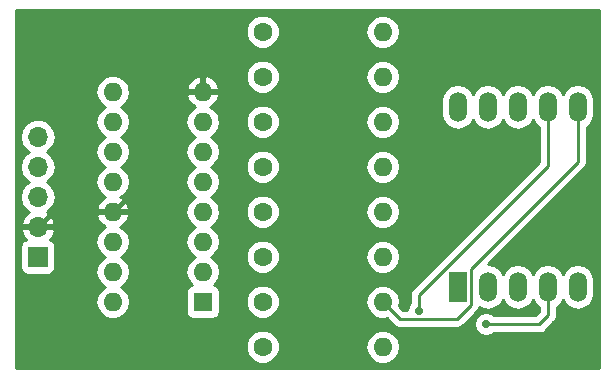
<source format=gbr>
G04 #@! TF.GenerationSoftware,KiCad,Pcbnew,(5.0.1-3-g963ef8bb5)*
G04 #@! TF.CreationDate,2018-11-27T14:44:22+08:00*
G04 #@! TF.ProjectId,SevenSegmentDisplayBoard,536576656E5365676D656E7444697370,1.0*
G04 #@! TF.SameCoordinates,Original*
G04 #@! TF.FileFunction,Copper,L2,Bot,Signal*
G04 #@! TF.FilePolarity,Positive*
%FSLAX46Y46*%
G04 Gerber Fmt 4.6, Leading zero omitted, Abs format (unit mm)*
G04 Created by KiCad (PCBNEW (5.0.1-3-g963ef8bb5)) date 2018 November 27, Tuesday 14:44:22*
%MOMM*%
%LPD*%
G01*
G04 APERTURE LIST*
G04 #@! TA.AperFunction,ComponentPad*
%ADD10R,1.700000X1.700000*%
G04 #@! TD*
G04 #@! TA.AperFunction,ComponentPad*
%ADD11O,1.700000X1.700000*%
G04 #@! TD*
G04 #@! TA.AperFunction,ComponentPad*
%ADD12C,1.600000*%
G04 #@! TD*
G04 #@! TA.AperFunction,ComponentPad*
%ADD13O,1.600000X1.600000*%
G04 #@! TD*
G04 #@! TA.AperFunction,ComponentPad*
%ADD14R,1.600000X1.600000*%
G04 #@! TD*
G04 #@! TA.AperFunction,ComponentPad*
%ADD15O,1.524000X2.524000*%
G04 #@! TD*
G04 #@! TA.AperFunction,ComponentPad*
%ADD16R,1.524000X2.524000*%
G04 #@! TD*
G04 #@! TA.AperFunction,ViaPad*
%ADD17C,0.700000*%
G04 #@! TD*
G04 #@! TA.AperFunction,Conductor*
%ADD18C,0.400000*%
G04 #@! TD*
G04 #@! TA.AperFunction,Conductor*
%ADD19C,0.250000*%
G04 #@! TD*
G04 #@! TA.AperFunction,Conductor*
%ADD20C,0.254000*%
G04 #@! TD*
G04 APERTURE END LIST*
D10*
G04 #@! TO.P,J1,1*
G04 #@! TO.N,VCC*
X133350000Y-86360000D03*
D11*
G04 #@! TO.P,J1,2*
G04 #@! TO.N,GND*
X133350000Y-83820000D03*
G04 #@! TO.P,J1,3*
G04 #@! TO.N,/LATCH*
X133350000Y-81280000D03*
G04 #@! TO.P,J1,4*
G04 #@! TO.N,/CLOCK*
X133350000Y-78740000D03*
G04 #@! TO.P,J1,5*
G04 #@! TO.N,/DATA*
X133350000Y-76200000D03*
G04 #@! TD*
D12*
G04 #@! TO.P,R1,1*
G04 #@! TO.N,/sg7*
X152400000Y-67310000D03*
D13*
G04 #@! TO.P,R1,2*
G04 #@! TO.N,Net-(R1-Pad2)*
X162560000Y-67310000D03*
G04 #@! TD*
G04 #@! TO.P,R2,2*
G04 #@! TO.N,Net-(R2-Pad2)*
X162560000Y-71120000D03*
D12*
G04 #@! TO.P,R2,1*
G04 #@! TO.N,/sg6*
X152400000Y-71120000D03*
G04 #@! TD*
G04 #@! TO.P,R3,1*
G04 #@! TO.N,/sg5*
X152400000Y-74930000D03*
D13*
G04 #@! TO.P,R3,2*
G04 #@! TO.N,Net-(R3-Pad2)*
X162560000Y-74930000D03*
G04 #@! TD*
G04 #@! TO.P,R4,2*
G04 #@! TO.N,Net-(R4-Pad2)*
X162560000Y-78740000D03*
D12*
G04 #@! TO.P,R4,1*
G04 #@! TO.N,/sg4*
X152400000Y-78740000D03*
G04 #@! TD*
G04 #@! TO.P,R5,1*
G04 #@! TO.N,/sg3*
X152400000Y-82550000D03*
D13*
G04 #@! TO.P,R5,2*
G04 #@! TO.N,Net-(R5-Pad2)*
X162560000Y-82550000D03*
G04 #@! TD*
G04 #@! TO.P,R6,2*
G04 #@! TO.N,Net-(R6-Pad2)*
X162560000Y-86360000D03*
D12*
G04 #@! TO.P,R6,1*
G04 #@! TO.N,/sg2*
X152400000Y-86360000D03*
G04 #@! TD*
G04 #@! TO.P,R7,1*
G04 #@! TO.N,/sg1*
X152400000Y-90170000D03*
D13*
G04 #@! TO.P,R7,2*
G04 #@! TO.N,Net-(R7-Pad2)*
X162560000Y-90170000D03*
G04 #@! TD*
G04 #@! TO.P,R8,2*
G04 #@! TO.N,Net-(R8-Pad2)*
X162560000Y-93980000D03*
D12*
G04 #@! TO.P,R8,1*
G04 #@! TO.N,/sg0*
X152400000Y-93980000D03*
G04 #@! TD*
D14*
G04 #@! TO.P,U1,1*
G04 #@! TO.N,/sg1*
X147320000Y-90170000D03*
D13*
G04 #@! TO.P,U1,9*
G04 #@! TO.N,Net-(U1-Pad9)*
X139700000Y-72390000D03*
G04 #@! TO.P,U1,2*
G04 #@! TO.N,/sg2*
X147320000Y-87630000D03*
G04 #@! TO.P,U1,10*
G04 #@! TO.N,VCC*
X139700000Y-74930000D03*
G04 #@! TO.P,U1,3*
G04 #@! TO.N,/sg3*
X147320000Y-85090000D03*
G04 #@! TO.P,U1,11*
G04 #@! TO.N,/DATA*
X139700000Y-77470000D03*
G04 #@! TO.P,U1,4*
G04 #@! TO.N,/sg4*
X147320000Y-82550000D03*
G04 #@! TO.P,U1,12*
G04 #@! TO.N,/CLOCK*
X139700000Y-80010000D03*
G04 #@! TO.P,U1,5*
G04 #@! TO.N,/sg5*
X147320000Y-80010000D03*
G04 #@! TO.P,U1,13*
G04 #@! TO.N,GND*
X139700000Y-82550000D03*
G04 #@! TO.P,U1,6*
G04 #@! TO.N,/sg6*
X147320000Y-77470000D03*
G04 #@! TO.P,U1,14*
G04 #@! TO.N,/LATCH*
X139700000Y-85090000D03*
G04 #@! TO.P,U1,7*
G04 #@! TO.N,/sg7*
X147320000Y-74930000D03*
G04 #@! TO.P,U1,15*
G04 #@! TO.N,/sg0*
X139700000Y-87630000D03*
G04 #@! TO.P,U1,8*
G04 #@! TO.N,GND*
X147320000Y-72390000D03*
G04 #@! TO.P,U1,16*
G04 #@! TO.N,VCC*
X139700000Y-90170000D03*
G04 #@! TD*
D15*
G04 #@! TO.P,U2,10*
G04 #@! TO.N,Net-(R2-Pad2)*
X168910000Y-73660000D03*
G04 #@! TO.P,U2,9*
G04 #@! TO.N,Net-(R3-Pad2)*
X171450000Y-73660000D03*
G04 #@! TO.P,U2,8*
G04 #@! TO.N,VCC*
X173990000Y-73660000D03*
G04 #@! TO.P,U2,7*
G04 #@! TO.N,Net-(R8-Pad2)*
X176530000Y-73660000D03*
G04 #@! TO.P,U2,6*
G04 #@! TO.N,Net-(R7-Pad2)*
X179070000Y-73660000D03*
G04 #@! TO.P,U2,5*
G04 #@! TO.N,Net-(R1-Pad2)*
X179070000Y-88900000D03*
G04 #@! TO.P,U2,4*
G04 #@! TO.N,Net-(R6-Pad2)*
X176530000Y-88900000D03*
G04 #@! TO.P,U2,3*
G04 #@! TO.N,VCC*
X173990000Y-88900000D03*
G04 #@! TO.P,U2,2*
G04 #@! TO.N,Net-(R5-Pad2)*
X171450000Y-88900000D03*
D16*
G04 #@! TO.P,U2,1*
G04 #@! TO.N,Net-(R4-Pad2)*
X168910000Y-88900000D03*
G04 #@! TD*
D17*
G04 #@! TO.N,Net-(R6-Pad2)*
X171298959Y-92050959D03*
G04 #@! TO.N,Net-(R8-Pad2)*
X165608000Y-90932000D03*
G04 #@! TD*
D18*
G04 #@! TO.N,GND*
X134620000Y-82550000D02*
X133350000Y-83820000D01*
X139700000Y-82550000D02*
X134620000Y-82550000D01*
X147320000Y-72390000D02*
X146050000Y-72390000D01*
X146050000Y-72390000D02*
X143510000Y-74930000D01*
X143510000Y-78740000D02*
X139700000Y-82550000D01*
X143510000Y-74930000D02*
X143510000Y-78740000D01*
D19*
G04 #@! TO.N,Net-(R6-Pad2)*
X171298959Y-92050959D02*
X175792041Y-92050959D01*
X176530000Y-91313000D02*
X176530000Y-88900000D01*
X175792041Y-92050959D02*
X176530000Y-91313000D01*
G04 #@! TO.N,Net-(R7-Pad2)*
X163997001Y-91607001D02*
X163359999Y-90969999D01*
X168812001Y-91607001D02*
X163997001Y-91607001D01*
X169997001Y-90422001D02*
X168812001Y-91607001D01*
X169997001Y-87377999D02*
X169997001Y-90422001D01*
X179070000Y-78305000D02*
X169997001Y-87377999D01*
X163359999Y-90969999D02*
X162560000Y-90170000D01*
X179070000Y-73660000D02*
X179070000Y-78305000D01*
G04 #@! TO.N,Net-(R8-Pad2)*
X165608000Y-89592998D02*
X176530000Y-78670998D01*
X165608000Y-90932000D02*
X165608000Y-89592998D01*
X176530000Y-78670998D02*
X176530000Y-73660000D01*
G04 #@! TD*
D20*
G04 #@! TO.N,GND*
G36*
X180900001Y-95810000D02*
X131520000Y-95810000D01*
X131520000Y-93694561D01*
X150965000Y-93694561D01*
X150965000Y-94265439D01*
X151183466Y-94792862D01*
X151587138Y-95196534D01*
X152114561Y-95415000D01*
X152685439Y-95415000D01*
X153212862Y-95196534D01*
X153616534Y-94792862D01*
X153835000Y-94265439D01*
X153835000Y-93980000D01*
X161096887Y-93980000D01*
X161208260Y-94539909D01*
X161525423Y-95014577D01*
X162000091Y-95331740D01*
X162418667Y-95415000D01*
X162701333Y-95415000D01*
X163119909Y-95331740D01*
X163594577Y-95014577D01*
X163911740Y-94539909D01*
X164023113Y-93980000D01*
X163911740Y-93420091D01*
X163594577Y-92945423D01*
X163119909Y-92628260D01*
X162701333Y-92545000D01*
X162418667Y-92545000D01*
X162000091Y-92628260D01*
X161525423Y-92945423D01*
X161208260Y-93420091D01*
X161096887Y-93980000D01*
X153835000Y-93980000D01*
X153835000Y-93694561D01*
X153616534Y-93167138D01*
X153212862Y-92763466D01*
X152685439Y-92545000D01*
X152114561Y-92545000D01*
X151587138Y-92763466D01*
X151183466Y-93167138D01*
X150965000Y-93694561D01*
X131520000Y-93694561D01*
X131520000Y-85510000D01*
X131852560Y-85510000D01*
X131852560Y-87210000D01*
X131901843Y-87457765D01*
X132042191Y-87667809D01*
X132252235Y-87808157D01*
X132500000Y-87857440D01*
X134200000Y-87857440D01*
X134447765Y-87808157D01*
X134657809Y-87667809D01*
X134798157Y-87457765D01*
X134847440Y-87210000D01*
X134847440Y-85510000D01*
X134798157Y-85262235D01*
X134683073Y-85090000D01*
X138236887Y-85090000D01*
X138348260Y-85649909D01*
X138665423Y-86124577D01*
X139017758Y-86360000D01*
X138665423Y-86595423D01*
X138348260Y-87070091D01*
X138236887Y-87630000D01*
X138348260Y-88189909D01*
X138665423Y-88664577D01*
X139017758Y-88900000D01*
X138665423Y-89135423D01*
X138348260Y-89610091D01*
X138236887Y-90170000D01*
X138348260Y-90729909D01*
X138665423Y-91204577D01*
X139140091Y-91521740D01*
X139558667Y-91605000D01*
X139841333Y-91605000D01*
X140259909Y-91521740D01*
X140734577Y-91204577D01*
X141051740Y-90729909D01*
X141163113Y-90170000D01*
X141051740Y-89610091D01*
X140734577Y-89135423D01*
X140382242Y-88900000D01*
X140734577Y-88664577D01*
X141051740Y-88189909D01*
X141163113Y-87630000D01*
X141051740Y-87070091D01*
X140734577Y-86595423D01*
X140382242Y-86360000D01*
X140734577Y-86124577D01*
X141051740Y-85649909D01*
X141163113Y-85090000D01*
X141051740Y-84530091D01*
X140734577Y-84055423D01*
X140350892Y-83799053D01*
X140555134Y-83702389D01*
X140931041Y-83287423D01*
X141091904Y-82899039D01*
X140969915Y-82677000D01*
X139827000Y-82677000D01*
X139827000Y-82697000D01*
X139573000Y-82697000D01*
X139573000Y-82677000D01*
X138430085Y-82677000D01*
X138308096Y-82899039D01*
X138468959Y-83287423D01*
X138844866Y-83702389D01*
X139049108Y-83799053D01*
X138665423Y-84055423D01*
X138348260Y-84530091D01*
X138236887Y-85090000D01*
X134683073Y-85090000D01*
X134657809Y-85052191D01*
X134447765Y-84911843D01*
X134344292Y-84891261D01*
X134621645Y-84586924D01*
X134791476Y-84176890D01*
X134670155Y-83947000D01*
X133477000Y-83947000D01*
X133477000Y-83967000D01*
X133223000Y-83967000D01*
X133223000Y-83947000D01*
X132029845Y-83947000D01*
X131908524Y-84176890D01*
X132078355Y-84586924D01*
X132355708Y-84891261D01*
X132252235Y-84911843D01*
X132042191Y-85052191D01*
X131901843Y-85262235D01*
X131852560Y-85510000D01*
X131520000Y-85510000D01*
X131520000Y-76200000D01*
X131835908Y-76200000D01*
X131951161Y-76779418D01*
X132279375Y-77270625D01*
X132577761Y-77470000D01*
X132279375Y-77669375D01*
X131951161Y-78160582D01*
X131835908Y-78740000D01*
X131951161Y-79319418D01*
X132279375Y-79810625D01*
X132577761Y-80010000D01*
X132279375Y-80209375D01*
X131951161Y-80700582D01*
X131835908Y-81280000D01*
X131951161Y-81859418D01*
X132279375Y-82350625D01*
X132598478Y-82563843D01*
X132468642Y-82624817D01*
X132078355Y-83053076D01*
X131908524Y-83463110D01*
X132029845Y-83693000D01*
X133223000Y-83693000D01*
X133223000Y-83673000D01*
X133477000Y-83673000D01*
X133477000Y-83693000D01*
X134670155Y-83693000D01*
X134791476Y-83463110D01*
X134621645Y-83053076D01*
X134231358Y-82624817D01*
X134101522Y-82563843D01*
X134420625Y-82350625D01*
X134748839Y-81859418D01*
X134864092Y-81280000D01*
X134748839Y-80700582D01*
X134420625Y-80209375D01*
X134122239Y-80010000D01*
X134420625Y-79810625D01*
X134748839Y-79319418D01*
X134864092Y-78740000D01*
X134748839Y-78160582D01*
X134420625Y-77669375D01*
X134122239Y-77470000D01*
X134420625Y-77270625D01*
X134748839Y-76779418D01*
X134864092Y-76200000D01*
X134748839Y-75620582D01*
X134420625Y-75129375D01*
X133929418Y-74801161D01*
X133496256Y-74715000D01*
X133203744Y-74715000D01*
X132770582Y-74801161D01*
X132279375Y-75129375D01*
X131951161Y-75620582D01*
X131835908Y-76200000D01*
X131520000Y-76200000D01*
X131520000Y-72390000D01*
X138236887Y-72390000D01*
X138348260Y-72949909D01*
X138665423Y-73424577D01*
X139017758Y-73660000D01*
X138665423Y-73895423D01*
X138348260Y-74370091D01*
X138236887Y-74930000D01*
X138348260Y-75489909D01*
X138665423Y-75964577D01*
X139017758Y-76200000D01*
X138665423Y-76435423D01*
X138348260Y-76910091D01*
X138236887Y-77470000D01*
X138348260Y-78029909D01*
X138665423Y-78504577D01*
X139017758Y-78740000D01*
X138665423Y-78975423D01*
X138348260Y-79450091D01*
X138236887Y-80010000D01*
X138348260Y-80569909D01*
X138665423Y-81044577D01*
X139049108Y-81300947D01*
X138844866Y-81397611D01*
X138468959Y-81812577D01*
X138308096Y-82200961D01*
X138430085Y-82423000D01*
X139573000Y-82423000D01*
X139573000Y-82403000D01*
X139827000Y-82403000D01*
X139827000Y-82423000D01*
X140969915Y-82423000D01*
X141091904Y-82200961D01*
X140931041Y-81812577D01*
X140555134Y-81397611D01*
X140350892Y-81300947D01*
X140734577Y-81044577D01*
X141051740Y-80569909D01*
X141163113Y-80010000D01*
X141051740Y-79450091D01*
X140734577Y-78975423D01*
X140382242Y-78740000D01*
X140734577Y-78504577D01*
X141051740Y-78029909D01*
X141163113Y-77470000D01*
X141051740Y-76910091D01*
X140734577Y-76435423D01*
X140382242Y-76200000D01*
X140734577Y-75964577D01*
X141051740Y-75489909D01*
X141163113Y-74930000D01*
X145856887Y-74930000D01*
X145968260Y-75489909D01*
X146285423Y-75964577D01*
X146637758Y-76200000D01*
X146285423Y-76435423D01*
X145968260Y-76910091D01*
X145856887Y-77470000D01*
X145968260Y-78029909D01*
X146285423Y-78504577D01*
X146637758Y-78740000D01*
X146285423Y-78975423D01*
X145968260Y-79450091D01*
X145856887Y-80010000D01*
X145968260Y-80569909D01*
X146285423Y-81044577D01*
X146637758Y-81280000D01*
X146285423Y-81515423D01*
X145968260Y-81990091D01*
X145856887Y-82550000D01*
X145968260Y-83109909D01*
X146285423Y-83584577D01*
X146637758Y-83820000D01*
X146285423Y-84055423D01*
X145968260Y-84530091D01*
X145856887Y-85090000D01*
X145968260Y-85649909D01*
X146285423Y-86124577D01*
X146637758Y-86360000D01*
X146285423Y-86595423D01*
X145968260Y-87070091D01*
X145856887Y-87630000D01*
X145968260Y-88189909D01*
X146285423Y-88664577D01*
X146406106Y-88745215D01*
X146272235Y-88771843D01*
X146062191Y-88912191D01*
X145921843Y-89122235D01*
X145872560Y-89370000D01*
X145872560Y-90970000D01*
X145921843Y-91217765D01*
X146062191Y-91427809D01*
X146272235Y-91568157D01*
X146520000Y-91617440D01*
X148120000Y-91617440D01*
X148367765Y-91568157D01*
X148577809Y-91427809D01*
X148718157Y-91217765D01*
X148767440Y-90970000D01*
X148767440Y-89884561D01*
X150965000Y-89884561D01*
X150965000Y-90455439D01*
X151183466Y-90982862D01*
X151587138Y-91386534D01*
X152114561Y-91605000D01*
X152685439Y-91605000D01*
X153212862Y-91386534D01*
X153616534Y-90982862D01*
X153835000Y-90455439D01*
X153835000Y-90170000D01*
X161096887Y-90170000D01*
X161208260Y-90729909D01*
X161525423Y-91204577D01*
X162000091Y-91521740D01*
X162418667Y-91605000D01*
X162701333Y-91605000D01*
X162883887Y-91568688D01*
X163406672Y-92091474D01*
X163449072Y-92154930D01*
X163700464Y-92322905D01*
X163922149Y-92367001D01*
X163922154Y-92367001D01*
X163997001Y-92381889D01*
X164071848Y-92367001D01*
X168737154Y-92367001D01*
X168812001Y-92381889D01*
X168886848Y-92367001D01*
X168886853Y-92367001D01*
X169108538Y-92322905D01*
X169359930Y-92154930D01*
X169402332Y-92091471D01*
X170481474Y-91012330D01*
X170544930Y-90969930D01*
X170712905Y-90718538D01*
X170735887Y-90603000D01*
X170904919Y-90715944D01*
X171450000Y-90824368D01*
X171995082Y-90715944D01*
X172457180Y-90407180D01*
X172720000Y-90013842D01*
X172982821Y-90407180D01*
X173444919Y-90715944D01*
X173990000Y-90824368D01*
X174535082Y-90715944D01*
X174997180Y-90407180D01*
X175260000Y-90013842D01*
X175522821Y-90407180D01*
X175770000Y-90572340D01*
X175770000Y-90998198D01*
X175477240Y-91290959D01*
X171931959Y-91290959D01*
X171856917Y-91215917D01*
X171494888Y-91065959D01*
X171103030Y-91065959D01*
X170741001Y-91215917D01*
X170463917Y-91493001D01*
X170313959Y-91855030D01*
X170313959Y-92246888D01*
X170463917Y-92608917D01*
X170741001Y-92886001D01*
X171103030Y-93035959D01*
X171494888Y-93035959D01*
X171856917Y-92886001D01*
X171931959Y-92810959D01*
X175717194Y-92810959D01*
X175792041Y-92825847D01*
X175866888Y-92810959D01*
X175866893Y-92810959D01*
X176088578Y-92766863D01*
X176339970Y-92598888D01*
X176382372Y-92535429D01*
X177014473Y-91903329D01*
X177077929Y-91860929D01*
X177245904Y-91609537D01*
X177290000Y-91387852D01*
X177290000Y-91387848D01*
X177304888Y-91313000D01*
X177290000Y-91238152D01*
X177290000Y-90572340D01*
X177537180Y-90407180D01*
X177800000Y-90013842D01*
X178062821Y-90407180D01*
X178524919Y-90715944D01*
X179070000Y-90824368D01*
X179615082Y-90715944D01*
X180077180Y-90407180D01*
X180385944Y-89945082D01*
X180467000Y-89537588D01*
X180467000Y-88262412D01*
X180385944Y-87854918D01*
X180077179Y-87392820D01*
X179615081Y-87084056D01*
X179070000Y-86975632D01*
X178524918Y-87084056D01*
X178062820Y-87392821D01*
X177800000Y-87786159D01*
X177537179Y-87392820D01*
X177075081Y-87084056D01*
X176530000Y-86975632D01*
X175984918Y-87084056D01*
X175522820Y-87392821D01*
X175260000Y-87786159D01*
X174997179Y-87392820D01*
X174535081Y-87084056D01*
X173990000Y-86975632D01*
X173444918Y-87084056D01*
X172982820Y-87392821D01*
X172720000Y-87786159D01*
X172457179Y-87392820D01*
X171995081Y-87084056D01*
X171470159Y-86979642D01*
X179554473Y-78895329D01*
X179617929Y-78852929D01*
X179785904Y-78601537D01*
X179830000Y-78379852D01*
X179830000Y-78379848D01*
X179844888Y-78305001D01*
X179830000Y-78230154D01*
X179830000Y-75332340D01*
X180077180Y-75167180D01*
X180385944Y-74705082D01*
X180467000Y-74297588D01*
X180467000Y-73022412D01*
X180385944Y-72614918D01*
X180077179Y-72152820D01*
X179615081Y-71844056D01*
X179070000Y-71735632D01*
X178524918Y-71844056D01*
X178062820Y-72152821D01*
X177800000Y-72546159D01*
X177537179Y-72152820D01*
X177075081Y-71844056D01*
X176530000Y-71735632D01*
X175984918Y-71844056D01*
X175522820Y-72152821D01*
X175260000Y-72546159D01*
X174997179Y-72152820D01*
X174535081Y-71844056D01*
X173990000Y-71735632D01*
X173444918Y-71844056D01*
X172982820Y-72152821D01*
X172720000Y-72546159D01*
X172457179Y-72152820D01*
X171995081Y-71844056D01*
X171450000Y-71735632D01*
X170904918Y-71844056D01*
X170442820Y-72152821D01*
X170180000Y-72546159D01*
X169917179Y-72152820D01*
X169455081Y-71844056D01*
X168910000Y-71735632D01*
X168364918Y-71844056D01*
X167902820Y-72152821D01*
X167594056Y-72614919D01*
X167513000Y-73022413D01*
X167513000Y-74297588D01*
X167594056Y-74705082D01*
X167902821Y-75167180D01*
X168364919Y-75475944D01*
X168910000Y-75584368D01*
X169455082Y-75475944D01*
X169917180Y-75167180D01*
X170180000Y-74773842D01*
X170442821Y-75167180D01*
X170904919Y-75475944D01*
X171450000Y-75584368D01*
X171995082Y-75475944D01*
X172457180Y-75167180D01*
X172720000Y-74773842D01*
X172982821Y-75167180D01*
X173444919Y-75475944D01*
X173990000Y-75584368D01*
X174535082Y-75475944D01*
X174997180Y-75167180D01*
X175260000Y-74773842D01*
X175522821Y-75167180D01*
X175770001Y-75332340D01*
X175770000Y-78356196D01*
X165123528Y-89002669D01*
X165060072Y-89045069D01*
X165017672Y-89108525D01*
X165017671Y-89108526D01*
X164892097Y-89296461D01*
X164833112Y-89592998D01*
X164848001Y-89667849D01*
X164848000Y-90299000D01*
X164772958Y-90374042D01*
X164623000Y-90736071D01*
X164623000Y-90847001D01*
X164311803Y-90847001D01*
X163958688Y-90493887D01*
X164023113Y-90170000D01*
X163911740Y-89610091D01*
X163594577Y-89135423D01*
X163119909Y-88818260D01*
X162701333Y-88735000D01*
X162418667Y-88735000D01*
X162000091Y-88818260D01*
X161525423Y-89135423D01*
X161208260Y-89610091D01*
X161096887Y-90170000D01*
X153835000Y-90170000D01*
X153835000Y-89884561D01*
X153616534Y-89357138D01*
X153212862Y-88953466D01*
X152685439Y-88735000D01*
X152114561Y-88735000D01*
X151587138Y-88953466D01*
X151183466Y-89357138D01*
X150965000Y-89884561D01*
X148767440Y-89884561D01*
X148767440Y-89370000D01*
X148718157Y-89122235D01*
X148577809Y-88912191D01*
X148367765Y-88771843D01*
X148233894Y-88745215D01*
X148354577Y-88664577D01*
X148671740Y-88189909D01*
X148783113Y-87630000D01*
X148671740Y-87070091D01*
X148354577Y-86595423D01*
X148002242Y-86360000D01*
X148354577Y-86124577D01*
X148387996Y-86074561D01*
X150965000Y-86074561D01*
X150965000Y-86645439D01*
X151183466Y-87172862D01*
X151587138Y-87576534D01*
X152114561Y-87795000D01*
X152685439Y-87795000D01*
X153212862Y-87576534D01*
X153616534Y-87172862D01*
X153835000Y-86645439D01*
X153835000Y-86360000D01*
X161096887Y-86360000D01*
X161208260Y-86919909D01*
X161525423Y-87394577D01*
X162000091Y-87711740D01*
X162418667Y-87795000D01*
X162701333Y-87795000D01*
X163119909Y-87711740D01*
X163594577Y-87394577D01*
X163911740Y-86919909D01*
X164023113Y-86360000D01*
X163911740Y-85800091D01*
X163594577Y-85325423D01*
X163119909Y-85008260D01*
X162701333Y-84925000D01*
X162418667Y-84925000D01*
X162000091Y-85008260D01*
X161525423Y-85325423D01*
X161208260Y-85800091D01*
X161096887Y-86360000D01*
X153835000Y-86360000D01*
X153835000Y-86074561D01*
X153616534Y-85547138D01*
X153212862Y-85143466D01*
X152685439Y-84925000D01*
X152114561Y-84925000D01*
X151587138Y-85143466D01*
X151183466Y-85547138D01*
X150965000Y-86074561D01*
X148387996Y-86074561D01*
X148671740Y-85649909D01*
X148783113Y-85090000D01*
X148671740Y-84530091D01*
X148354577Y-84055423D01*
X148002242Y-83820000D01*
X148354577Y-83584577D01*
X148671740Y-83109909D01*
X148783113Y-82550000D01*
X148726336Y-82264561D01*
X150965000Y-82264561D01*
X150965000Y-82835439D01*
X151183466Y-83362862D01*
X151587138Y-83766534D01*
X152114561Y-83985000D01*
X152685439Y-83985000D01*
X153212862Y-83766534D01*
X153616534Y-83362862D01*
X153835000Y-82835439D01*
X153835000Y-82550000D01*
X161096887Y-82550000D01*
X161208260Y-83109909D01*
X161525423Y-83584577D01*
X162000091Y-83901740D01*
X162418667Y-83985000D01*
X162701333Y-83985000D01*
X163119909Y-83901740D01*
X163594577Y-83584577D01*
X163911740Y-83109909D01*
X164023113Y-82550000D01*
X163911740Y-81990091D01*
X163594577Y-81515423D01*
X163119909Y-81198260D01*
X162701333Y-81115000D01*
X162418667Y-81115000D01*
X162000091Y-81198260D01*
X161525423Y-81515423D01*
X161208260Y-81990091D01*
X161096887Y-82550000D01*
X153835000Y-82550000D01*
X153835000Y-82264561D01*
X153616534Y-81737138D01*
X153212862Y-81333466D01*
X152685439Y-81115000D01*
X152114561Y-81115000D01*
X151587138Y-81333466D01*
X151183466Y-81737138D01*
X150965000Y-82264561D01*
X148726336Y-82264561D01*
X148671740Y-81990091D01*
X148354577Y-81515423D01*
X148002242Y-81280000D01*
X148354577Y-81044577D01*
X148671740Y-80569909D01*
X148783113Y-80010000D01*
X148671740Y-79450091D01*
X148354577Y-78975423D01*
X148002242Y-78740000D01*
X148354577Y-78504577D01*
X148387996Y-78454561D01*
X150965000Y-78454561D01*
X150965000Y-79025439D01*
X151183466Y-79552862D01*
X151587138Y-79956534D01*
X152114561Y-80175000D01*
X152685439Y-80175000D01*
X153212862Y-79956534D01*
X153616534Y-79552862D01*
X153835000Y-79025439D01*
X153835000Y-78740000D01*
X161096887Y-78740000D01*
X161208260Y-79299909D01*
X161525423Y-79774577D01*
X162000091Y-80091740D01*
X162418667Y-80175000D01*
X162701333Y-80175000D01*
X163119909Y-80091740D01*
X163594577Y-79774577D01*
X163911740Y-79299909D01*
X164023113Y-78740000D01*
X163911740Y-78180091D01*
X163594577Y-77705423D01*
X163119909Y-77388260D01*
X162701333Y-77305000D01*
X162418667Y-77305000D01*
X162000091Y-77388260D01*
X161525423Y-77705423D01*
X161208260Y-78180091D01*
X161096887Y-78740000D01*
X153835000Y-78740000D01*
X153835000Y-78454561D01*
X153616534Y-77927138D01*
X153212862Y-77523466D01*
X152685439Y-77305000D01*
X152114561Y-77305000D01*
X151587138Y-77523466D01*
X151183466Y-77927138D01*
X150965000Y-78454561D01*
X148387996Y-78454561D01*
X148671740Y-78029909D01*
X148783113Y-77470000D01*
X148671740Y-76910091D01*
X148354577Y-76435423D01*
X148002242Y-76200000D01*
X148354577Y-75964577D01*
X148671740Y-75489909D01*
X148783113Y-74930000D01*
X148726336Y-74644561D01*
X150965000Y-74644561D01*
X150965000Y-75215439D01*
X151183466Y-75742862D01*
X151587138Y-76146534D01*
X152114561Y-76365000D01*
X152685439Y-76365000D01*
X153212862Y-76146534D01*
X153616534Y-75742862D01*
X153835000Y-75215439D01*
X153835000Y-74930000D01*
X161096887Y-74930000D01*
X161208260Y-75489909D01*
X161525423Y-75964577D01*
X162000091Y-76281740D01*
X162418667Y-76365000D01*
X162701333Y-76365000D01*
X163119909Y-76281740D01*
X163594577Y-75964577D01*
X163911740Y-75489909D01*
X164023113Y-74930000D01*
X163911740Y-74370091D01*
X163594577Y-73895423D01*
X163119909Y-73578260D01*
X162701333Y-73495000D01*
X162418667Y-73495000D01*
X162000091Y-73578260D01*
X161525423Y-73895423D01*
X161208260Y-74370091D01*
X161096887Y-74930000D01*
X153835000Y-74930000D01*
X153835000Y-74644561D01*
X153616534Y-74117138D01*
X153212862Y-73713466D01*
X152685439Y-73495000D01*
X152114561Y-73495000D01*
X151587138Y-73713466D01*
X151183466Y-74117138D01*
X150965000Y-74644561D01*
X148726336Y-74644561D01*
X148671740Y-74370091D01*
X148354577Y-73895423D01*
X147970892Y-73639053D01*
X148175134Y-73542389D01*
X148551041Y-73127423D01*
X148711904Y-72739039D01*
X148589915Y-72517000D01*
X147447000Y-72517000D01*
X147447000Y-72537000D01*
X147193000Y-72537000D01*
X147193000Y-72517000D01*
X146050085Y-72517000D01*
X145928096Y-72739039D01*
X146088959Y-73127423D01*
X146464866Y-73542389D01*
X146669108Y-73639053D01*
X146285423Y-73895423D01*
X145968260Y-74370091D01*
X145856887Y-74930000D01*
X141163113Y-74930000D01*
X141051740Y-74370091D01*
X140734577Y-73895423D01*
X140382242Y-73660000D01*
X140734577Y-73424577D01*
X141051740Y-72949909D01*
X141163113Y-72390000D01*
X141093685Y-72040961D01*
X145928096Y-72040961D01*
X146050085Y-72263000D01*
X147193000Y-72263000D01*
X147193000Y-71119371D01*
X147447000Y-71119371D01*
X147447000Y-72263000D01*
X148589915Y-72263000D01*
X148711904Y-72040961D01*
X148551041Y-71652577D01*
X148175134Y-71237611D01*
X147669041Y-70998086D01*
X147447000Y-71119371D01*
X147193000Y-71119371D01*
X146970959Y-70998086D01*
X146464866Y-71237611D01*
X146088959Y-71652577D01*
X145928096Y-72040961D01*
X141093685Y-72040961D01*
X141051740Y-71830091D01*
X140734577Y-71355423D01*
X140259909Y-71038260D01*
X139841333Y-70955000D01*
X139558667Y-70955000D01*
X139140091Y-71038260D01*
X138665423Y-71355423D01*
X138348260Y-71830091D01*
X138236887Y-72390000D01*
X131520000Y-72390000D01*
X131520000Y-70834561D01*
X150965000Y-70834561D01*
X150965000Y-71405439D01*
X151183466Y-71932862D01*
X151587138Y-72336534D01*
X152114561Y-72555000D01*
X152685439Y-72555000D01*
X153212862Y-72336534D01*
X153616534Y-71932862D01*
X153835000Y-71405439D01*
X153835000Y-71120000D01*
X161096887Y-71120000D01*
X161208260Y-71679909D01*
X161525423Y-72154577D01*
X162000091Y-72471740D01*
X162418667Y-72555000D01*
X162701333Y-72555000D01*
X163119909Y-72471740D01*
X163594577Y-72154577D01*
X163911740Y-71679909D01*
X164023113Y-71120000D01*
X163911740Y-70560091D01*
X163594577Y-70085423D01*
X163119909Y-69768260D01*
X162701333Y-69685000D01*
X162418667Y-69685000D01*
X162000091Y-69768260D01*
X161525423Y-70085423D01*
X161208260Y-70560091D01*
X161096887Y-71120000D01*
X153835000Y-71120000D01*
X153835000Y-70834561D01*
X153616534Y-70307138D01*
X153212862Y-69903466D01*
X152685439Y-69685000D01*
X152114561Y-69685000D01*
X151587138Y-69903466D01*
X151183466Y-70307138D01*
X150965000Y-70834561D01*
X131520000Y-70834561D01*
X131520000Y-67024561D01*
X150965000Y-67024561D01*
X150965000Y-67595439D01*
X151183466Y-68122862D01*
X151587138Y-68526534D01*
X152114561Y-68745000D01*
X152685439Y-68745000D01*
X153212862Y-68526534D01*
X153616534Y-68122862D01*
X153835000Y-67595439D01*
X153835000Y-67310000D01*
X161096887Y-67310000D01*
X161208260Y-67869909D01*
X161525423Y-68344577D01*
X162000091Y-68661740D01*
X162418667Y-68745000D01*
X162701333Y-68745000D01*
X163119909Y-68661740D01*
X163594577Y-68344577D01*
X163911740Y-67869909D01*
X164023113Y-67310000D01*
X163911740Y-66750091D01*
X163594577Y-66275423D01*
X163119909Y-65958260D01*
X162701333Y-65875000D01*
X162418667Y-65875000D01*
X162000091Y-65958260D01*
X161525423Y-66275423D01*
X161208260Y-66750091D01*
X161096887Y-67310000D01*
X153835000Y-67310000D01*
X153835000Y-67024561D01*
X153616534Y-66497138D01*
X153212862Y-66093466D01*
X152685439Y-65875000D01*
X152114561Y-65875000D01*
X151587138Y-66093466D01*
X151183466Y-66497138D01*
X150965000Y-67024561D01*
X131520000Y-67024561D01*
X131520000Y-65480000D01*
X180900000Y-65480000D01*
X180900001Y-95810000D01*
X180900001Y-95810000D01*
G37*
X180900001Y-95810000D02*
X131520000Y-95810000D01*
X131520000Y-93694561D01*
X150965000Y-93694561D01*
X150965000Y-94265439D01*
X151183466Y-94792862D01*
X151587138Y-95196534D01*
X152114561Y-95415000D01*
X152685439Y-95415000D01*
X153212862Y-95196534D01*
X153616534Y-94792862D01*
X153835000Y-94265439D01*
X153835000Y-93980000D01*
X161096887Y-93980000D01*
X161208260Y-94539909D01*
X161525423Y-95014577D01*
X162000091Y-95331740D01*
X162418667Y-95415000D01*
X162701333Y-95415000D01*
X163119909Y-95331740D01*
X163594577Y-95014577D01*
X163911740Y-94539909D01*
X164023113Y-93980000D01*
X163911740Y-93420091D01*
X163594577Y-92945423D01*
X163119909Y-92628260D01*
X162701333Y-92545000D01*
X162418667Y-92545000D01*
X162000091Y-92628260D01*
X161525423Y-92945423D01*
X161208260Y-93420091D01*
X161096887Y-93980000D01*
X153835000Y-93980000D01*
X153835000Y-93694561D01*
X153616534Y-93167138D01*
X153212862Y-92763466D01*
X152685439Y-92545000D01*
X152114561Y-92545000D01*
X151587138Y-92763466D01*
X151183466Y-93167138D01*
X150965000Y-93694561D01*
X131520000Y-93694561D01*
X131520000Y-85510000D01*
X131852560Y-85510000D01*
X131852560Y-87210000D01*
X131901843Y-87457765D01*
X132042191Y-87667809D01*
X132252235Y-87808157D01*
X132500000Y-87857440D01*
X134200000Y-87857440D01*
X134447765Y-87808157D01*
X134657809Y-87667809D01*
X134798157Y-87457765D01*
X134847440Y-87210000D01*
X134847440Y-85510000D01*
X134798157Y-85262235D01*
X134683073Y-85090000D01*
X138236887Y-85090000D01*
X138348260Y-85649909D01*
X138665423Y-86124577D01*
X139017758Y-86360000D01*
X138665423Y-86595423D01*
X138348260Y-87070091D01*
X138236887Y-87630000D01*
X138348260Y-88189909D01*
X138665423Y-88664577D01*
X139017758Y-88900000D01*
X138665423Y-89135423D01*
X138348260Y-89610091D01*
X138236887Y-90170000D01*
X138348260Y-90729909D01*
X138665423Y-91204577D01*
X139140091Y-91521740D01*
X139558667Y-91605000D01*
X139841333Y-91605000D01*
X140259909Y-91521740D01*
X140734577Y-91204577D01*
X141051740Y-90729909D01*
X141163113Y-90170000D01*
X141051740Y-89610091D01*
X140734577Y-89135423D01*
X140382242Y-88900000D01*
X140734577Y-88664577D01*
X141051740Y-88189909D01*
X141163113Y-87630000D01*
X141051740Y-87070091D01*
X140734577Y-86595423D01*
X140382242Y-86360000D01*
X140734577Y-86124577D01*
X141051740Y-85649909D01*
X141163113Y-85090000D01*
X141051740Y-84530091D01*
X140734577Y-84055423D01*
X140350892Y-83799053D01*
X140555134Y-83702389D01*
X140931041Y-83287423D01*
X141091904Y-82899039D01*
X140969915Y-82677000D01*
X139827000Y-82677000D01*
X139827000Y-82697000D01*
X139573000Y-82697000D01*
X139573000Y-82677000D01*
X138430085Y-82677000D01*
X138308096Y-82899039D01*
X138468959Y-83287423D01*
X138844866Y-83702389D01*
X139049108Y-83799053D01*
X138665423Y-84055423D01*
X138348260Y-84530091D01*
X138236887Y-85090000D01*
X134683073Y-85090000D01*
X134657809Y-85052191D01*
X134447765Y-84911843D01*
X134344292Y-84891261D01*
X134621645Y-84586924D01*
X134791476Y-84176890D01*
X134670155Y-83947000D01*
X133477000Y-83947000D01*
X133477000Y-83967000D01*
X133223000Y-83967000D01*
X133223000Y-83947000D01*
X132029845Y-83947000D01*
X131908524Y-84176890D01*
X132078355Y-84586924D01*
X132355708Y-84891261D01*
X132252235Y-84911843D01*
X132042191Y-85052191D01*
X131901843Y-85262235D01*
X131852560Y-85510000D01*
X131520000Y-85510000D01*
X131520000Y-76200000D01*
X131835908Y-76200000D01*
X131951161Y-76779418D01*
X132279375Y-77270625D01*
X132577761Y-77470000D01*
X132279375Y-77669375D01*
X131951161Y-78160582D01*
X131835908Y-78740000D01*
X131951161Y-79319418D01*
X132279375Y-79810625D01*
X132577761Y-80010000D01*
X132279375Y-80209375D01*
X131951161Y-80700582D01*
X131835908Y-81280000D01*
X131951161Y-81859418D01*
X132279375Y-82350625D01*
X132598478Y-82563843D01*
X132468642Y-82624817D01*
X132078355Y-83053076D01*
X131908524Y-83463110D01*
X132029845Y-83693000D01*
X133223000Y-83693000D01*
X133223000Y-83673000D01*
X133477000Y-83673000D01*
X133477000Y-83693000D01*
X134670155Y-83693000D01*
X134791476Y-83463110D01*
X134621645Y-83053076D01*
X134231358Y-82624817D01*
X134101522Y-82563843D01*
X134420625Y-82350625D01*
X134748839Y-81859418D01*
X134864092Y-81280000D01*
X134748839Y-80700582D01*
X134420625Y-80209375D01*
X134122239Y-80010000D01*
X134420625Y-79810625D01*
X134748839Y-79319418D01*
X134864092Y-78740000D01*
X134748839Y-78160582D01*
X134420625Y-77669375D01*
X134122239Y-77470000D01*
X134420625Y-77270625D01*
X134748839Y-76779418D01*
X134864092Y-76200000D01*
X134748839Y-75620582D01*
X134420625Y-75129375D01*
X133929418Y-74801161D01*
X133496256Y-74715000D01*
X133203744Y-74715000D01*
X132770582Y-74801161D01*
X132279375Y-75129375D01*
X131951161Y-75620582D01*
X131835908Y-76200000D01*
X131520000Y-76200000D01*
X131520000Y-72390000D01*
X138236887Y-72390000D01*
X138348260Y-72949909D01*
X138665423Y-73424577D01*
X139017758Y-73660000D01*
X138665423Y-73895423D01*
X138348260Y-74370091D01*
X138236887Y-74930000D01*
X138348260Y-75489909D01*
X138665423Y-75964577D01*
X139017758Y-76200000D01*
X138665423Y-76435423D01*
X138348260Y-76910091D01*
X138236887Y-77470000D01*
X138348260Y-78029909D01*
X138665423Y-78504577D01*
X139017758Y-78740000D01*
X138665423Y-78975423D01*
X138348260Y-79450091D01*
X138236887Y-80010000D01*
X138348260Y-80569909D01*
X138665423Y-81044577D01*
X139049108Y-81300947D01*
X138844866Y-81397611D01*
X138468959Y-81812577D01*
X138308096Y-82200961D01*
X138430085Y-82423000D01*
X139573000Y-82423000D01*
X139573000Y-82403000D01*
X139827000Y-82403000D01*
X139827000Y-82423000D01*
X140969915Y-82423000D01*
X141091904Y-82200961D01*
X140931041Y-81812577D01*
X140555134Y-81397611D01*
X140350892Y-81300947D01*
X140734577Y-81044577D01*
X141051740Y-80569909D01*
X141163113Y-80010000D01*
X141051740Y-79450091D01*
X140734577Y-78975423D01*
X140382242Y-78740000D01*
X140734577Y-78504577D01*
X141051740Y-78029909D01*
X141163113Y-77470000D01*
X141051740Y-76910091D01*
X140734577Y-76435423D01*
X140382242Y-76200000D01*
X140734577Y-75964577D01*
X141051740Y-75489909D01*
X141163113Y-74930000D01*
X145856887Y-74930000D01*
X145968260Y-75489909D01*
X146285423Y-75964577D01*
X146637758Y-76200000D01*
X146285423Y-76435423D01*
X145968260Y-76910091D01*
X145856887Y-77470000D01*
X145968260Y-78029909D01*
X146285423Y-78504577D01*
X146637758Y-78740000D01*
X146285423Y-78975423D01*
X145968260Y-79450091D01*
X145856887Y-80010000D01*
X145968260Y-80569909D01*
X146285423Y-81044577D01*
X146637758Y-81280000D01*
X146285423Y-81515423D01*
X145968260Y-81990091D01*
X145856887Y-82550000D01*
X145968260Y-83109909D01*
X146285423Y-83584577D01*
X146637758Y-83820000D01*
X146285423Y-84055423D01*
X145968260Y-84530091D01*
X145856887Y-85090000D01*
X145968260Y-85649909D01*
X146285423Y-86124577D01*
X146637758Y-86360000D01*
X146285423Y-86595423D01*
X145968260Y-87070091D01*
X145856887Y-87630000D01*
X145968260Y-88189909D01*
X146285423Y-88664577D01*
X146406106Y-88745215D01*
X146272235Y-88771843D01*
X146062191Y-88912191D01*
X145921843Y-89122235D01*
X145872560Y-89370000D01*
X145872560Y-90970000D01*
X145921843Y-91217765D01*
X146062191Y-91427809D01*
X146272235Y-91568157D01*
X146520000Y-91617440D01*
X148120000Y-91617440D01*
X148367765Y-91568157D01*
X148577809Y-91427809D01*
X148718157Y-91217765D01*
X148767440Y-90970000D01*
X148767440Y-89884561D01*
X150965000Y-89884561D01*
X150965000Y-90455439D01*
X151183466Y-90982862D01*
X151587138Y-91386534D01*
X152114561Y-91605000D01*
X152685439Y-91605000D01*
X153212862Y-91386534D01*
X153616534Y-90982862D01*
X153835000Y-90455439D01*
X153835000Y-90170000D01*
X161096887Y-90170000D01*
X161208260Y-90729909D01*
X161525423Y-91204577D01*
X162000091Y-91521740D01*
X162418667Y-91605000D01*
X162701333Y-91605000D01*
X162883887Y-91568688D01*
X163406672Y-92091474D01*
X163449072Y-92154930D01*
X163700464Y-92322905D01*
X163922149Y-92367001D01*
X163922154Y-92367001D01*
X163997001Y-92381889D01*
X164071848Y-92367001D01*
X168737154Y-92367001D01*
X168812001Y-92381889D01*
X168886848Y-92367001D01*
X168886853Y-92367001D01*
X169108538Y-92322905D01*
X169359930Y-92154930D01*
X169402332Y-92091471D01*
X170481474Y-91012330D01*
X170544930Y-90969930D01*
X170712905Y-90718538D01*
X170735887Y-90603000D01*
X170904919Y-90715944D01*
X171450000Y-90824368D01*
X171995082Y-90715944D01*
X172457180Y-90407180D01*
X172720000Y-90013842D01*
X172982821Y-90407180D01*
X173444919Y-90715944D01*
X173990000Y-90824368D01*
X174535082Y-90715944D01*
X174997180Y-90407180D01*
X175260000Y-90013842D01*
X175522821Y-90407180D01*
X175770000Y-90572340D01*
X175770000Y-90998198D01*
X175477240Y-91290959D01*
X171931959Y-91290959D01*
X171856917Y-91215917D01*
X171494888Y-91065959D01*
X171103030Y-91065959D01*
X170741001Y-91215917D01*
X170463917Y-91493001D01*
X170313959Y-91855030D01*
X170313959Y-92246888D01*
X170463917Y-92608917D01*
X170741001Y-92886001D01*
X171103030Y-93035959D01*
X171494888Y-93035959D01*
X171856917Y-92886001D01*
X171931959Y-92810959D01*
X175717194Y-92810959D01*
X175792041Y-92825847D01*
X175866888Y-92810959D01*
X175866893Y-92810959D01*
X176088578Y-92766863D01*
X176339970Y-92598888D01*
X176382372Y-92535429D01*
X177014473Y-91903329D01*
X177077929Y-91860929D01*
X177245904Y-91609537D01*
X177290000Y-91387852D01*
X177290000Y-91387848D01*
X177304888Y-91313000D01*
X177290000Y-91238152D01*
X177290000Y-90572340D01*
X177537180Y-90407180D01*
X177800000Y-90013842D01*
X178062821Y-90407180D01*
X178524919Y-90715944D01*
X179070000Y-90824368D01*
X179615082Y-90715944D01*
X180077180Y-90407180D01*
X180385944Y-89945082D01*
X180467000Y-89537588D01*
X180467000Y-88262412D01*
X180385944Y-87854918D01*
X180077179Y-87392820D01*
X179615081Y-87084056D01*
X179070000Y-86975632D01*
X178524918Y-87084056D01*
X178062820Y-87392821D01*
X177800000Y-87786159D01*
X177537179Y-87392820D01*
X177075081Y-87084056D01*
X176530000Y-86975632D01*
X175984918Y-87084056D01*
X175522820Y-87392821D01*
X175260000Y-87786159D01*
X174997179Y-87392820D01*
X174535081Y-87084056D01*
X173990000Y-86975632D01*
X173444918Y-87084056D01*
X172982820Y-87392821D01*
X172720000Y-87786159D01*
X172457179Y-87392820D01*
X171995081Y-87084056D01*
X171470159Y-86979642D01*
X179554473Y-78895329D01*
X179617929Y-78852929D01*
X179785904Y-78601537D01*
X179830000Y-78379852D01*
X179830000Y-78379848D01*
X179844888Y-78305001D01*
X179830000Y-78230154D01*
X179830000Y-75332340D01*
X180077180Y-75167180D01*
X180385944Y-74705082D01*
X180467000Y-74297588D01*
X180467000Y-73022412D01*
X180385944Y-72614918D01*
X180077179Y-72152820D01*
X179615081Y-71844056D01*
X179070000Y-71735632D01*
X178524918Y-71844056D01*
X178062820Y-72152821D01*
X177800000Y-72546159D01*
X177537179Y-72152820D01*
X177075081Y-71844056D01*
X176530000Y-71735632D01*
X175984918Y-71844056D01*
X175522820Y-72152821D01*
X175260000Y-72546159D01*
X174997179Y-72152820D01*
X174535081Y-71844056D01*
X173990000Y-71735632D01*
X173444918Y-71844056D01*
X172982820Y-72152821D01*
X172720000Y-72546159D01*
X172457179Y-72152820D01*
X171995081Y-71844056D01*
X171450000Y-71735632D01*
X170904918Y-71844056D01*
X170442820Y-72152821D01*
X170180000Y-72546159D01*
X169917179Y-72152820D01*
X169455081Y-71844056D01*
X168910000Y-71735632D01*
X168364918Y-71844056D01*
X167902820Y-72152821D01*
X167594056Y-72614919D01*
X167513000Y-73022413D01*
X167513000Y-74297588D01*
X167594056Y-74705082D01*
X167902821Y-75167180D01*
X168364919Y-75475944D01*
X168910000Y-75584368D01*
X169455082Y-75475944D01*
X169917180Y-75167180D01*
X170180000Y-74773842D01*
X170442821Y-75167180D01*
X170904919Y-75475944D01*
X171450000Y-75584368D01*
X171995082Y-75475944D01*
X172457180Y-75167180D01*
X172720000Y-74773842D01*
X172982821Y-75167180D01*
X173444919Y-75475944D01*
X173990000Y-75584368D01*
X174535082Y-75475944D01*
X174997180Y-75167180D01*
X175260000Y-74773842D01*
X175522821Y-75167180D01*
X175770001Y-75332340D01*
X175770000Y-78356196D01*
X165123528Y-89002669D01*
X165060072Y-89045069D01*
X165017672Y-89108525D01*
X165017671Y-89108526D01*
X164892097Y-89296461D01*
X164833112Y-89592998D01*
X164848001Y-89667849D01*
X164848000Y-90299000D01*
X164772958Y-90374042D01*
X164623000Y-90736071D01*
X164623000Y-90847001D01*
X164311803Y-90847001D01*
X163958688Y-90493887D01*
X164023113Y-90170000D01*
X163911740Y-89610091D01*
X163594577Y-89135423D01*
X163119909Y-88818260D01*
X162701333Y-88735000D01*
X162418667Y-88735000D01*
X162000091Y-88818260D01*
X161525423Y-89135423D01*
X161208260Y-89610091D01*
X161096887Y-90170000D01*
X153835000Y-90170000D01*
X153835000Y-89884561D01*
X153616534Y-89357138D01*
X153212862Y-88953466D01*
X152685439Y-88735000D01*
X152114561Y-88735000D01*
X151587138Y-88953466D01*
X151183466Y-89357138D01*
X150965000Y-89884561D01*
X148767440Y-89884561D01*
X148767440Y-89370000D01*
X148718157Y-89122235D01*
X148577809Y-88912191D01*
X148367765Y-88771843D01*
X148233894Y-88745215D01*
X148354577Y-88664577D01*
X148671740Y-88189909D01*
X148783113Y-87630000D01*
X148671740Y-87070091D01*
X148354577Y-86595423D01*
X148002242Y-86360000D01*
X148354577Y-86124577D01*
X148387996Y-86074561D01*
X150965000Y-86074561D01*
X150965000Y-86645439D01*
X151183466Y-87172862D01*
X151587138Y-87576534D01*
X152114561Y-87795000D01*
X152685439Y-87795000D01*
X153212862Y-87576534D01*
X153616534Y-87172862D01*
X153835000Y-86645439D01*
X153835000Y-86360000D01*
X161096887Y-86360000D01*
X161208260Y-86919909D01*
X161525423Y-87394577D01*
X162000091Y-87711740D01*
X162418667Y-87795000D01*
X162701333Y-87795000D01*
X163119909Y-87711740D01*
X163594577Y-87394577D01*
X163911740Y-86919909D01*
X164023113Y-86360000D01*
X163911740Y-85800091D01*
X163594577Y-85325423D01*
X163119909Y-85008260D01*
X162701333Y-84925000D01*
X162418667Y-84925000D01*
X162000091Y-85008260D01*
X161525423Y-85325423D01*
X161208260Y-85800091D01*
X161096887Y-86360000D01*
X153835000Y-86360000D01*
X153835000Y-86074561D01*
X153616534Y-85547138D01*
X153212862Y-85143466D01*
X152685439Y-84925000D01*
X152114561Y-84925000D01*
X151587138Y-85143466D01*
X151183466Y-85547138D01*
X150965000Y-86074561D01*
X148387996Y-86074561D01*
X148671740Y-85649909D01*
X148783113Y-85090000D01*
X148671740Y-84530091D01*
X148354577Y-84055423D01*
X148002242Y-83820000D01*
X148354577Y-83584577D01*
X148671740Y-83109909D01*
X148783113Y-82550000D01*
X148726336Y-82264561D01*
X150965000Y-82264561D01*
X150965000Y-82835439D01*
X151183466Y-83362862D01*
X151587138Y-83766534D01*
X152114561Y-83985000D01*
X152685439Y-83985000D01*
X153212862Y-83766534D01*
X153616534Y-83362862D01*
X153835000Y-82835439D01*
X153835000Y-82550000D01*
X161096887Y-82550000D01*
X161208260Y-83109909D01*
X161525423Y-83584577D01*
X162000091Y-83901740D01*
X162418667Y-83985000D01*
X162701333Y-83985000D01*
X163119909Y-83901740D01*
X163594577Y-83584577D01*
X163911740Y-83109909D01*
X164023113Y-82550000D01*
X163911740Y-81990091D01*
X163594577Y-81515423D01*
X163119909Y-81198260D01*
X162701333Y-81115000D01*
X162418667Y-81115000D01*
X162000091Y-81198260D01*
X161525423Y-81515423D01*
X161208260Y-81990091D01*
X161096887Y-82550000D01*
X153835000Y-82550000D01*
X153835000Y-82264561D01*
X153616534Y-81737138D01*
X153212862Y-81333466D01*
X152685439Y-81115000D01*
X152114561Y-81115000D01*
X151587138Y-81333466D01*
X151183466Y-81737138D01*
X150965000Y-82264561D01*
X148726336Y-82264561D01*
X148671740Y-81990091D01*
X148354577Y-81515423D01*
X148002242Y-81280000D01*
X148354577Y-81044577D01*
X148671740Y-80569909D01*
X148783113Y-80010000D01*
X148671740Y-79450091D01*
X148354577Y-78975423D01*
X148002242Y-78740000D01*
X148354577Y-78504577D01*
X148387996Y-78454561D01*
X150965000Y-78454561D01*
X150965000Y-79025439D01*
X151183466Y-79552862D01*
X151587138Y-79956534D01*
X152114561Y-80175000D01*
X152685439Y-80175000D01*
X153212862Y-79956534D01*
X153616534Y-79552862D01*
X153835000Y-79025439D01*
X153835000Y-78740000D01*
X161096887Y-78740000D01*
X161208260Y-79299909D01*
X161525423Y-79774577D01*
X162000091Y-80091740D01*
X162418667Y-80175000D01*
X162701333Y-80175000D01*
X163119909Y-80091740D01*
X163594577Y-79774577D01*
X163911740Y-79299909D01*
X164023113Y-78740000D01*
X163911740Y-78180091D01*
X163594577Y-77705423D01*
X163119909Y-77388260D01*
X162701333Y-77305000D01*
X162418667Y-77305000D01*
X162000091Y-77388260D01*
X161525423Y-77705423D01*
X161208260Y-78180091D01*
X161096887Y-78740000D01*
X153835000Y-78740000D01*
X153835000Y-78454561D01*
X153616534Y-77927138D01*
X153212862Y-77523466D01*
X152685439Y-77305000D01*
X152114561Y-77305000D01*
X151587138Y-77523466D01*
X151183466Y-77927138D01*
X150965000Y-78454561D01*
X148387996Y-78454561D01*
X148671740Y-78029909D01*
X148783113Y-77470000D01*
X148671740Y-76910091D01*
X148354577Y-76435423D01*
X148002242Y-76200000D01*
X148354577Y-75964577D01*
X148671740Y-75489909D01*
X148783113Y-74930000D01*
X148726336Y-74644561D01*
X150965000Y-74644561D01*
X150965000Y-75215439D01*
X151183466Y-75742862D01*
X151587138Y-76146534D01*
X152114561Y-76365000D01*
X152685439Y-76365000D01*
X153212862Y-76146534D01*
X153616534Y-75742862D01*
X153835000Y-75215439D01*
X153835000Y-74930000D01*
X161096887Y-74930000D01*
X161208260Y-75489909D01*
X161525423Y-75964577D01*
X162000091Y-76281740D01*
X162418667Y-76365000D01*
X162701333Y-76365000D01*
X163119909Y-76281740D01*
X163594577Y-75964577D01*
X163911740Y-75489909D01*
X164023113Y-74930000D01*
X163911740Y-74370091D01*
X163594577Y-73895423D01*
X163119909Y-73578260D01*
X162701333Y-73495000D01*
X162418667Y-73495000D01*
X162000091Y-73578260D01*
X161525423Y-73895423D01*
X161208260Y-74370091D01*
X161096887Y-74930000D01*
X153835000Y-74930000D01*
X153835000Y-74644561D01*
X153616534Y-74117138D01*
X153212862Y-73713466D01*
X152685439Y-73495000D01*
X152114561Y-73495000D01*
X151587138Y-73713466D01*
X151183466Y-74117138D01*
X150965000Y-74644561D01*
X148726336Y-74644561D01*
X148671740Y-74370091D01*
X148354577Y-73895423D01*
X147970892Y-73639053D01*
X148175134Y-73542389D01*
X148551041Y-73127423D01*
X148711904Y-72739039D01*
X148589915Y-72517000D01*
X147447000Y-72517000D01*
X147447000Y-72537000D01*
X147193000Y-72537000D01*
X147193000Y-72517000D01*
X146050085Y-72517000D01*
X145928096Y-72739039D01*
X146088959Y-73127423D01*
X146464866Y-73542389D01*
X146669108Y-73639053D01*
X146285423Y-73895423D01*
X145968260Y-74370091D01*
X145856887Y-74930000D01*
X141163113Y-74930000D01*
X141051740Y-74370091D01*
X140734577Y-73895423D01*
X140382242Y-73660000D01*
X140734577Y-73424577D01*
X141051740Y-72949909D01*
X141163113Y-72390000D01*
X141093685Y-72040961D01*
X145928096Y-72040961D01*
X146050085Y-72263000D01*
X147193000Y-72263000D01*
X147193000Y-71119371D01*
X147447000Y-71119371D01*
X147447000Y-72263000D01*
X148589915Y-72263000D01*
X148711904Y-72040961D01*
X148551041Y-71652577D01*
X148175134Y-71237611D01*
X147669041Y-70998086D01*
X147447000Y-71119371D01*
X147193000Y-71119371D01*
X146970959Y-70998086D01*
X146464866Y-71237611D01*
X146088959Y-71652577D01*
X145928096Y-72040961D01*
X141093685Y-72040961D01*
X141051740Y-71830091D01*
X140734577Y-71355423D01*
X140259909Y-71038260D01*
X139841333Y-70955000D01*
X139558667Y-70955000D01*
X139140091Y-71038260D01*
X138665423Y-71355423D01*
X138348260Y-71830091D01*
X138236887Y-72390000D01*
X131520000Y-72390000D01*
X131520000Y-70834561D01*
X150965000Y-70834561D01*
X150965000Y-71405439D01*
X151183466Y-71932862D01*
X151587138Y-72336534D01*
X152114561Y-72555000D01*
X152685439Y-72555000D01*
X153212862Y-72336534D01*
X153616534Y-71932862D01*
X153835000Y-71405439D01*
X153835000Y-71120000D01*
X161096887Y-71120000D01*
X161208260Y-71679909D01*
X161525423Y-72154577D01*
X162000091Y-72471740D01*
X162418667Y-72555000D01*
X162701333Y-72555000D01*
X163119909Y-72471740D01*
X163594577Y-72154577D01*
X163911740Y-71679909D01*
X164023113Y-71120000D01*
X163911740Y-70560091D01*
X163594577Y-70085423D01*
X163119909Y-69768260D01*
X162701333Y-69685000D01*
X162418667Y-69685000D01*
X162000091Y-69768260D01*
X161525423Y-70085423D01*
X161208260Y-70560091D01*
X161096887Y-71120000D01*
X153835000Y-71120000D01*
X153835000Y-70834561D01*
X153616534Y-70307138D01*
X153212862Y-69903466D01*
X152685439Y-69685000D01*
X152114561Y-69685000D01*
X151587138Y-69903466D01*
X151183466Y-70307138D01*
X150965000Y-70834561D01*
X131520000Y-70834561D01*
X131520000Y-67024561D01*
X150965000Y-67024561D01*
X150965000Y-67595439D01*
X151183466Y-68122862D01*
X151587138Y-68526534D01*
X152114561Y-68745000D01*
X152685439Y-68745000D01*
X153212862Y-68526534D01*
X153616534Y-68122862D01*
X153835000Y-67595439D01*
X153835000Y-67310000D01*
X161096887Y-67310000D01*
X161208260Y-67869909D01*
X161525423Y-68344577D01*
X162000091Y-68661740D01*
X162418667Y-68745000D01*
X162701333Y-68745000D01*
X163119909Y-68661740D01*
X163594577Y-68344577D01*
X163911740Y-67869909D01*
X164023113Y-67310000D01*
X163911740Y-66750091D01*
X163594577Y-66275423D01*
X163119909Y-65958260D01*
X162701333Y-65875000D01*
X162418667Y-65875000D01*
X162000091Y-65958260D01*
X161525423Y-66275423D01*
X161208260Y-66750091D01*
X161096887Y-67310000D01*
X153835000Y-67310000D01*
X153835000Y-67024561D01*
X153616534Y-66497138D01*
X153212862Y-66093466D01*
X152685439Y-65875000D01*
X152114561Y-65875000D01*
X151587138Y-66093466D01*
X151183466Y-66497138D01*
X150965000Y-67024561D01*
X131520000Y-67024561D01*
X131520000Y-65480000D01*
X180900000Y-65480000D01*
X180900001Y-95810000D01*
G04 #@! TD*
M02*

</source>
